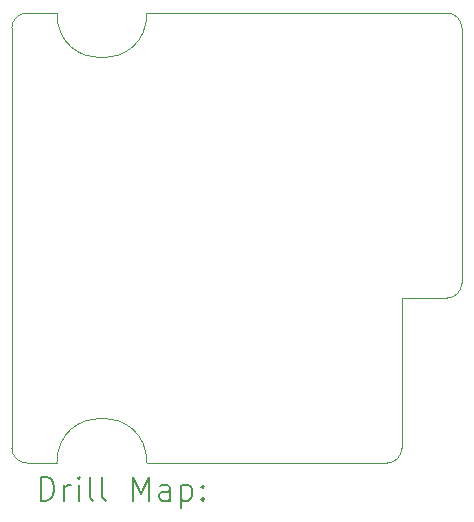
<source format=gbr>
%TF.GenerationSoftware,KiCad,Pcbnew,7.0.2*%
%TF.CreationDate,2023-05-16T20:51:57+02:00*%
%TF.ProjectId,Display Adapter,44697370-6c61-4792-9041-646170746572,V1.0*%
%TF.SameCoordinates,Original*%
%TF.FileFunction,Drillmap*%
%TF.FilePolarity,Positive*%
%FSLAX45Y45*%
G04 Gerber Fmt 4.5, Leading zero omitted, Abs format (unit mm)*
G04 Created by KiCad (PCBNEW 7.0.2) date 2023-05-16 20:51:57*
%MOMM*%
%LPD*%
G01*
G04 APERTURE LIST*
%ADD10C,0.100000*%
%ADD11C,0.200000*%
G04 APERTURE END LIST*
D10*
X13335000Y-8382000D02*
G75*
G03*
X14097000Y-8382000I381000J0D01*
G01*
X12954000Y-12065000D02*
G75*
G03*
X13081000Y-12192000I127000J0D01*
G01*
X16637000Y-10795000D02*
X16256000Y-10795000D01*
X13081000Y-8382000D02*
G75*
G03*
X12954000Y-8509000I0J-127000D01*
G01*
X16764000Y-8509000D02*
G75*
G03*
X16637000Y-8382000I-127000J0D01*
G01*
X14097000Y-8382000D02*
X16637000Y-8382000D01*
X14097000Y-12192000D02*
G75*
G03*
X13335000Y-12192000I-381000J0D01*
G01*
X16764000Y-8509000D02*
X16764000Y-10668000D01*
X12954000Y-12065000D02*
X12954000Y-8509000D01*
X16129000Y-12192000D02*
X14097000Y-12192000D01*
X13335000Y-8382000D02*
X13081000Y-8382000D01*
X13335000Y-12192000D02*
X13081000Y-12192000D01*
X16256000Y-12065000D02*
X16256000Y-10795000D01*
X16637000Y-10795000D02*
G75*
G03*
X16764000Y-10668000I0J127000D01*
G01*
X16129000Y-12192000D02*
G75*
G03*
X16256000Y-12065000I0J127000D01*
G01*
D11*
X13196619Y-12509524D02*
X13196619Y-12309524D01*
X13196619Y-12309524D02*
X13244238Y-12309524D01*
X13244238Y-12309524D02*
X13272809Y-12319048D01*
X13272809Y-12319048D02*
X13291857Y-12338095D01*
X13291857Y-12338095D02*
X13301381Y-12357143D01*
X13301381Y-12357143D02*
X13310905Y-12395238D01*
X13310905Y-12395238D02*
X13310905Y-12423809D01*
X13310905Y-12423809D02*
X13301381Y-12461905D01*
X13301381Y-12461905D02*
X13291857Y-12480952D01*
X13291857Y-12480952D02*
X13272809Y-12500000D01*
X13272809Y-12500000D02*
X13244238Y-12509524D01*
X13244238Y-12509524D02*
X13196619Y-12509524D01*
X13396619Y-12509524D02*
X13396619Y-12376190D01*
X13396619Y-12414286D02*
X13406143Y-12395238D01*
X13406143Y-12395238D02*
X13415667Y-12385714D01*
X13415667Y-12385714D02*
X13434714Y-12376190D01*
X13434714Y-12376190D02*
X13453762Y-12376190D01*
X13520428Y-12509524D02*
X13520428Y-12376190D01*
X13520428Y-12309524D02*
X13510905Y-12319048D01*
X13510905Y-12319048D02*
X13520428Y-12328571D01*
X13520428Y-12328571D02*
X13529952Y-12319048D01*
X13529952Y-12319048D02*
X13520428Y-12309524D01*
X13520428Y-12309524D02*
X13520428Y-12328571D01*
X13644238Y-12509524D02*
X13625190Y-12500000D01*
X13625190Y-12500000D02*
X13615667Y-12480952D01*
X13615667Y-12480952D02*
X13615667Y-12309524D01*
X13749000Y-12509524D02*
X13729952Y-12500000D01*
X13729952Y-12500000D02*
X13720428Y-12480952D01*
X13720428Y-12480952D02*
X13720428Y-12309524D01*
X13977571Y-12509524D02*
X13977571Y-12309524D01*
X13977571Y-12309524D02*
X14044238Y-12452381D01*
X14044238Y-12452381D02*
X14110905Y-12309524D01*
X14110905Y-12309524D02*
X14110905Y-12509524D01*
X14291857Y-12509524D02*
X14291857Y-12404762D01*
X14291857Y-12404762D02*
X14282333Y-12385714D01*
X14282333Y-12385714D02*
X14263286Y-12376190D01*
X14263286Y-12376190D02*
X14225190Y-12376190D01*
X14225190Y-12376190D02*
X14206143Y-12385714D01*
X14291857Y-12500000D02*
X14272809Y-12509524D01*
X14272809Y-12509524D02*
X14225190Y-12509524D01*
X14225190Y-12509524D02*
X14206143Y-12500000D01*
X14206143Y-12500000D02*
X14196619Y-12480952D01*
X14196619Y-12480952D02*
X14196619Y-12461905D01*
X14196619Y-12461905D02*
X14206143Y-12442857D01*
X14206143Y-12442857D02*
X14225190Y-12433333D01*
X14225190Y-12433333D02*
X14272809Y-12433333D01*
X14272809Y-12433333D02*
X14291857Y-12423809D01*
X14387095Y-12376190D02*
X14387095Y-12576190D01*
X14387095Y-12385714D02*
X14406143Y-12376190D01*
X14406143Y-12376190D02*
X14444238Y-12376190D01*
X14444238Y-12376190D02*
X14463286Y-12385714D01*
X14463286Y-12385714D02*
X14472809Y-12395238D01*
X14472809Y-12395238D02*
X14482333Y-12414286D01*
X14482333Y-12414286D02*
X14482333Y-12471428D01*
X14482333Y-12471428D02*
X14472809Y-12490476D01*
X14472809Y-12490476D02*
X14463286Y-12500000D01*
X14463286Y-12500000D02*
X14444238Y-12509524D01*
X14444238Y-12509524D02*
X14406143Y-12509524D01*
X14406143Y-12509524D02*
X14387095Y-12500000D01*
X14568048Y-12490476D02*
X14577571Y-12500000D01*
X14577571Y-12500000D02*
X14568048Y-12509524D01*
X14568048Y-12509524D02*
X14558524Y-12500000D01*
X14558524Y-12500000D02*
X14568048Y-12490476D01*
X14568048Y-12490476D02*
X14568048Y-12509524D01*
X14568048Y-12385714D02*
X14577571Y-12395238D01*
X14577571Y-12395238D02*
X14568048Y-12404762D01*
X14568048Y-12404762D02*
X14558524Y-12395238D01*
X14558524Y-12395238D02*
X14568048Y-12385714D01*
X14568048Y-12385714D02*
X14568048Y-12404762D01*
M02*

</source>
